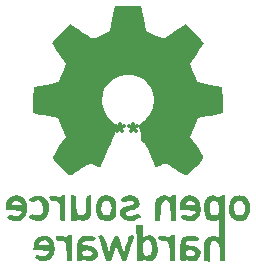
<source format=gbr>
%TF.GenerationSoftware,KiCad,Pcbnew,8.0.3*%
%TF.CreationDate,2024-07-12T15:18:38+08:00*%
%TF.ProjectId,seq_v003f4,7365715f-7630-4303-9366-342e6b696361,rev?*%
%TF.SameCoordinates,Original*%
%TF.FileFunction,Legend,Bot*%
%TF.FilePolarity,Positive*%
%FSLAX46Y46*%
G04 Gerber Fmt 4.6, Leading zero omitted, Abs format (unit mm)*
G04 Created by KiCad (PCBNEW 8.0.3) date 2024-07-12 15:18:38*
%MOMM*%
%LPD*%
G01*
G04 APERTURE LIST*
%ADD10C,0.300000*%
%ADD11C,0.000000*%
G04 APERTURE END LIST*
D10*
X179321427Y-102249757D02*
X179464285Y-102178328D01*
X179464285Y-102178328D02*
X179678570Y-102178328D01*
X179678570Y-102178328D02*
X179892856Y-102249757D01*
X179892856Y-102249757D02*
X180035713Y-102392614D01*
X180035713Y-102392614D02*
X180107142Y-102535471D01*
X180107142Y-102535471D02*
X180178570Y-102821185D01*
X180178570Y-102821185D02*
X180178570Y-103035471D01*
X180178570Y-103035471D02*
X180107142Y-103321185D01*
X180107142Y-103321185D02*
X180035713Y-103464042D01*
X180035713Y-103464042D02*
X179892856Y-103606900D01*
X179892856Y-103606900D02*
X179678570Y-103678328D01*
X179678570Y-103678328D02*
X179535713Y-103678328D01*
X179535713Y-103678328D02*
X179321427Y-103606900D01*
X179321427Y-103606900D02*
X179249999Y-103535471D01*
X179249999Y-103535471D02*
X179249999Y-103035471D01*
X179249999Y-103035471D02*
X179535713Y-103035471D01*
X178392856Y-102178328D02*
X178392856Y-102535471D01*
X178749999Y-102392614D02*
X178392856Y-102535471D01*
X178392856Y-102535471D02*
X178035713Y-102392614D01*
X178607142Y-102821185D02*
X178392856Y-102535471D01*
X178392856Y-102535471D02*
X178178570Y-102821185D01*
X177249999Y-102178328D02*
X177249999Y-102535471D01*
X177607142Y-102392614D02*
X177249999Y-102535471D01*
X177249999Y-102535471D02*
X176892856Y-102392614D01*
X177464285Y-102821185D02*
X177249999Y-102535471D01*
X177249999Y-102535471D02*
X177035713Y-102821185D01*
X176107142Y-102178328D02*
X176107142Y-102535471D01*
X176464285Y-102392614D02*
X176107142Y-102535471D01*
X176107142Y-102535471D02*
X175749999Y-102392614D01*
X176321428Y-102821185D02*
X176107142Y-102535471D01*
X176107142Y-102535471D02*
X175892856Y-102821185D01*
D11*
%TO.C,G\u002A\u002A\u002A*%
G36*
X186155184Y-111043333D02*
G01*
X186155184Y-113837333D01*
X185942809Y-113837333D01*
X185860659Y-113834182D01*
X185786584Y-113802092D01*
X185747596Y-113705956D01*
X185732271Y-113510679D01*
X185729182Y-113181167D01*
X185712949Y-112783368D01*
X185644580Y-112405006D01*
X185519800Y-112172229D01*
X185335385Y-112075994D01*
X185209852Y-112071765D01*
X185053381Y-112140802D01*
X184951992Y-112320592D01*
X184897303Y-112629779D01*
X184880936Y-113087005D01*
X184880936Y-113848581D01*
X184647324Y-113821790D01*
X184413712Y-113795000D01*
X184413712Y-112933750D01*
X184413713Y-112922621D01*
X184417024Y-112529442D01*
X184431775Y-112265322D01*
X184465465Y-112090955D01*
X184525593Y-111967033D01*
X184619657Y-111854250D01*
X184795965Y-111726537D01*
X185068779Y-111640309D01*
X185340084Y-111641205D01*
X185543545Y-111737600D01*
X185569582Y-111762638D01*
X185620205Y-111792880D01*
X185652210Y-111754989D01*
X185670252Y-111623667D01*
X185678988Y-111373612D01*
X185683076Y-110979524D01*
X185683459Y-110910186D01*
X185679637Y-110591108D01*
X185661484Y-110407912D01*
X185623588Y-110332139D01*
X185560535Y-110335332D01*
X185396897Y-110392528D01*
X185046048Y-110427407D01*
X184756687Y-110333526D01*
X184585755Y-110147889D01*
X184456088Y-109835240D01*
X184393401Y-109459105D01*
X184393937Y-109430925D01*
X184885408Y-109430925D01*
X184915625Y-109684557D01*
X184982876Y-109841067D01*
X185036576Y-109878148D01*
X185228878Y-109932719D01*
X185442866Y-109937639D01*
X185588851Y-109886222D01*
X185608225Y-109852483D01*
X185639069Y-109675927D01*
X185645512Y-109418205D01*
X185630065Y-109140939D01*
X185595239Y-108905752D01*
X185543545Y-108774267D01*
X185532222Y-108763567D01*
X185336501Y-108679128D01*
X185122087Y-108706298D01*
X184968875Y-108836434D01*
X184939883Y-108905683D01*
X184893176Y-109148518D01*
X184885408Y-109430925D01*
X184393937Y-109430925D01*
X184400817Y-109069294D01*
X184481459Y-108715616D01*
X184638451Y-108447883D01*
X184687680Y-108403886D01*
X184901934Y-108296330D01*
X185154405Y-108245013D01*
X185382251Y-108257506D01*
X185522635Y-108341377D01*
X185569522Y-108387632D01*
X185672063Y-108341377D01*
X185764974Y-108286861D01*
X185959799Y-108249333D01*
X186155184Y-108249333D01*
X186155184Y-109418205D01*
X186155184Y-111043333D01*
G37*
G36*
X184080607Y-113349486D02*
G01*
X183907874Y-113629515D01*
X183697202Y-113763947D01*
X183416822Y-113836275D01*
X183143395Y-113829338D01*
X182944080Y-113735733D01*
X182866926Y-113677772D01*
X182842140Y-113741357D01*
X182790648Y-113808932D01*
X182608528Y-113821790D01*
X182508152Y-113806158D01*
X182430526Y-113762167D01*
X182386848Y-113656700D01*
X182363841Y-113453840D01*
X182348226Y-113117667D01*
X182348263Y-113108608D01*
X182842140Y-113108608D01*
X182872030Y-113247078D01*
X182976513Y-113362608D01*
X183056421Y-113388199D01*
X183315355Y-113408359D01*
X183529919Y-113342898D01*
X183658962Y-113211557D01*
X183661334Y-113034078D01*
X183649981Y-113011876D01*
X183511450Y-112931654D01*
X183227081Y-112906000D01*
X183131710Y-112906702D01*
X182940750Y-112924330D01*
X182859271Y-112983714D01*
X182842140Y-113108608D01*
X182348263Y-113108608D01*
X182350449Y-112576536D01*
X182410087Y-112166554D01*
X182531383Y-111890394D01*
X182717930Y-111734612D01*
X182922074Y-111671175D01*
X183263517Y-111639750D01*
X183598012Y-111674477D01*
X183849795Y-111772798D01*
X183873665Y-111790112D01*
X183980852Y-111919348D01*
X183927842Y-112017494D01*
X183721528Y-112079838D01*
X183368802Y-112101667D01*
X183158915Y-112104590D01*
X182976098Y-112126521D01*
X182889911Y-112183722D01*
X182857469Y-112292167D01*
X182854923Y-112401400D01*
X182925759Y-112467716D01*
X183120880Y-112482667D01*
X183242643Y-112487381D01*
X183586302Y-112549726D01*
X183867619Y-112668824D01*
X184033231Y-112824673D01*
X184104236Y-113031662D01*
X184104056Y-113034078D01*
X184080607Y-113349486D01*
G37*
G36*
X181907692Y-112736667D02*
G01*
X181907692Y-113837333D01*
X181695317Y-113837333D01*
X181598604Y-113832007D01*
X181532561Y-113793234D01*
X181498133Y-113687040D01*
X181485025Y-113479454D01*
X181482943Y-113136505D01*
X181477041Y-112859883D01*
X181432106Y-112465223D01*
X181337385Y-112214300D01*
X181186235Y-112093500D01*
X180972016Y-112089211D01*
X180874030Y-112096349D01*
X180685802Y-112048668D01*
X180543415Y-111946513D01*
X180485797Y-111824387D01*
X180551873Y-111716794D01*
X180552727Y-111716258D01*
X180780454Y-111647836D01*
X181067182Y-111650579D01*
X181318628Y-111723645D01*
X181430941Y-111768045D01*
X181482943Y-111723645D01*
X181535687Y-111665994D01*
X181695317Y-111636000D01*
X181907692Y-111636000D01*
X181907692Y-112736667D01*
G37*
G36*
X180457508Y-113071841D02*
G01*
X180426012Y-113283708D01*
X180351193Y-113437033D01*
X180215230Y-113589846D01*
X179991995Y-113756997D01*
X179675882Y-113836057D01*
X179353612Y-113749688D01*
X179236384Y-113704725D01*
X179189297Y-113755311D01*
X179125209Y-113812357D01*
X178955685Y-113821790D01*
X178722073Y-113795000D01*
X178706069Y-112758152D01*
X179206448Y-112758152D01*
X179231475Y-112961633D01*
X179337667Y-113230624D01*
X179516655Y-113353358D01*
X179762709Y-113324008D01*
X179777463Y-113318026D01*
X179916555Y-113198512D01*
X179963249Y-112972228D01*
X179957731Y-112547929D01*
X179901810Y-112264200D01*
X179788183Y-112107478D01*
X179609713Y-112059333D01*
X179562023Y-112061646D01*
X179349510Y-112158063D01*
X179229916Y-112392084D01*
X179206448Y-112758152D01*
X178706069Y-112758152D01*
X178698876Y-112292167D01*
X178675678Y-110789333D01*
X178932488Y-110789333D01*
X179189297Y-110789333D01*
X179189297Y-111300312D01*
X179189297Y-111301871D01*
X179193346Y-111580738D01*
X179213770Y-111722576D01*
X179263036Y-111759505D01*
X179353612Y-111723645D01*
X179467321Y-111678212D01*
X179779037Y-111638233D01*
X180077465Y-111688593D01*
X180165519Y-111739814D01*
X180326011Y-111962744D01*
X180427892Y-112317094D01*
X180463545Y-112781308D01*
X180459578Y-112972228D01*
X180457508Y-113071841D01*
G37*
G36*
X178338796Y-111637407D02*
G01*
X178472996Y-111671687D01*
X178477916Y-111765761D01*
X178435897Y-111887978D01*
X178354104Y-112137680D01*
X178245187Y-112476169D01*
X178121147Y-112866428D01*
X178073509Y-113016370D01*
X177952147Y-113382681D01*
X177859676Y-113621396D01*
X177782346Y-113759052D01*
X177706410Y-113822186D01*
X177618119Y-113837333D01*
X177611498Y-113837290D01*
X177505766Y-113814361D01*
X177422233Y-113726621D01*
X177340365Y-113540768D01*
X177239626Y-113223500D01*
X177228148Y-113184913D01*
X177134168Y-112873752D01*
X177055963Y-112622577D01*
X177009466Y-112482667D01*
X176990542Y-112474588D01*
X176929704Y-112572240D01*
X176844535Y-112789057D01*
X176747228Y-113096500D01*
X176682541Y-113315614D01*
X176591336Y-113589822D01*
X176514582Y-113747753D01*
X176435292Y-113820044D01*
X176336478Y-113837333D01*
X176285632Y-113833135D01*
X176207755Y-113795161D01*
X176132829Y-113696475D01*
X176047859Y-113511722D01*
X175939845Y-113215550D01*
X175795792Y-112782605D01*
X175770646Y-112705447D01*
X175645797Y-112318477D01*
X175544424Y-111997907D01*
X175476376Y-111775231D01*
X175451505Y-111681939D01*
X175517420Y-111650241D01*
X175688735Y-111636000D01*
X175751927Y-111637906D01*
X175875668Y-111675746D01*
X175957033Y-111794964D01*
X176032434Y-112038167D01*
X176058363Y-112135678D01*
X176150325Y-112477048D01*
X176233127Y-112779000D01*
X176327351Y-113117667D01*
X176551233Y-112398000D01*
X176668040Y-112045235D01*
X176765125Y-111817763D01*
X176855158Y-111696690D01*
X176954139Y-111652410D01*
X177002598Y-111649795D01*
X177086019Y-111684605D01*
X177165457Y-111796584D01*
X177257946Y-112014239D01*
X177380517Y-112366080D01*
X177627872Y-113105672D01*
X177826010Y-112370836D01*
X177829930Y-112356302D01*
X177925463Y-112012800D01*
X177998503Y-111800591D01*
X178068385Y-111688103D01*
X178154443Y-111643764D01*
X178276012Y-111636000D01*
X178338796Y-111637407D01*
G37*
G36*
X175375643Y-113392132D02*
G01*
X175248429Y-113596177D01*
X175084421Y-113736687D01*
X174869661Y-113805900D01*
X174539031Y-113824115D01*
X174256622Y-113749688D01*
X174144309Y-113705288D01*
X174092307Y-113749688D01*
X174039564Y-113807339D01*
X173879933Y-113837333D01*
X173667558Y-113837333D01*
X173667558Y-113056887D01*
X174102854Y-113056887D01*
X174180246Y-113250233D01*
X174252363Y-113332082D01*
X174455325Y-113407687D01*
X174693390Y-113390580D01*
X174896195Y-113278030D01*
X174974322Y-113158159D01*
X174939249Y-113027377D01*
X174763798Y-112938671D01*
X174464180Y-112906000D01*
X174328719Y-112909641D01*
X174146053Y-112950984D01*
X174102854Y-113056887D01*
X173667558Y-113056887D01*
X173667558Y-112944485D01*
X173667630Y-112850235D01*
X173671798Y-112476819D01*
X173687568Y-112227256D01*
X173722098Y-112063760D01*
X173782546Y-111948543D01*
X173876071Y-111843818D01*
X174036005Y-111717530D01*
X174235284Y-111653771D01*
X174534433Y-111638693D01*
X174564500Y-111639054D01*
X174902791Y-111673571D01*
X175135979Y-111755180D01*
X175242585Y-111871869D01*
X175201132Y-112011623D01*
X175158846Y-112051610D01*
X174997073Y-112103462D01*
X174722487Y-112087590D01*
X174691043Y-112083607D01*
X174371581Y-112089178D01*
X174165418Y-112186229D01*
X174092307Y-112366033D01*
X174096246Y-112390605D01*
X174199529Y-112460769D01*
X174453344Y-112483915D01*
X174753680Y-112513130D01*
X175091577Y-112636180D01*
X175321399Y-112837019D01*
X175422852Y-113095663D01*
X175412900Y-113158159D01*
X175375643Y-113392132D01*
G37*
G36*
X173242809Y-112680222D02*
G01*
X173242794Y-112703326D01*
X173237681Y-113105816D01*
X173224678Y-113443363D01*
X173205683Y-113681175D01*
X173182592Y-113784460D01*
X173117780Y-113814074D01*
X172948980Y-113819738D01*
X172882728Y-113802513D01*
X172823600Y-113744273D01*
X172787332Y-113615177D01*
X172765874Y-113382401D01*
X172751177Y-113013121D01*
X172744923Y-112835163D01*
X172725580Y-112518278D01*
X172693709Y-112320755D01*
X172641661Y-112207455D01*
X172561783Y-112143238D01*
X172430258Y-112101120D01*
X172203917Y-112102890D01*
X172049384Y-112105345D01*
X171901971Y-111974495D01*
X171844226Y-111844028D01*
X171843272Y-111717223D01*
X171871515Y-111690982D01*
X172033360Y-111646206D01*
X172261879Y-111640290D01*
X172485131Y-111671375D01*
X172631170Y-111737600D01*
X172708036Y-111796504D01*
X172733110Y-111737600D01*
X172733112Y-111737179D01*
X172807785Y-111665497D01*
X172987960Y-111636000D01*
X173242809Y-111636000D01*
X173242809Y-112680222D01*
G37*
G36*
X171749911Y-112781165D02*
G01*
X171681577Y-113172868D01*
X171526371Y-113498002D01*
X171298473Y-113710364D01*
X171263541Y-113728298D01*
X170907328Y-113825776D01*
X170541077Y-113800741D01*
X170231808Y-113656572D01*
X170100947Y-113543564D01*
X170058528Y-113448881D01*
X170126072Y-113351396D01*
X170204950Y-113289835D01*
X170335619Y-113272872D01*
X170550384Y-113334913D01*
X170724320Y-113388446D01*
X170894170Y-113388567D01*
X171069414Y-113299471D01*
X171223652Y-113162477D01*
X171288963Y-113031048D01*
X171266657Y-112976054D01*
X171164104Y-112933575D01*
X170950997Y-112912003D01*
X170597818Y-112906000D01*
X169906672Y-112906000D01*
X169959939Y-112503833D01*
X169990450Y-112372600D01*
X170439465Y-112372600D01*
X170450525Y-112406831D01*
X170580049Y-112464199D01*
X170864214Y-112482667D01*
X171121336Y-112477599D01*
X171252279Y-112447362D01*
X171269298Y-112369884D01*
X171201024Y-112223100D01*
X171097839Y-112115542D01*
X170898507Y-112058702D01*
X170682909Y-112090338D01*
X170510182Y-112198840D01*
X170439465Y-112372600D01*
X169990450Y-112372600D01*
X170014328Y-112269895D01*
X170189896Y-111953666D01*
X170442072Y-111742356D01*
X170738347Y-111638708D01*
X171046210Y-111645470D01*
X171333150Y-111765386D01*
X171566658Y-112001203D01*
X171714224Y-112355667D01*
X171717194Y-112369095D01*
X171717257Y-112369884D01*
X171749911Y-112781165D01*
G37*
G36*
X188278929Y-109309620D02*
G01*
X188278885Y-109351708D01*
X188270338Y-109648648D01*
X188232867Y-109842906D01*
X188146209Y-109994338D01*
X187990100Y-110162800D01*
X187856293Y-110285519D01*
X187636102Y-110415153D01*
X187386956Y-110450667D01*
X187243151Y-110440888D01*
X187018791Y-110358347D01*
X186783812Y-110162800D01*
X186678136Y-110052749D01*
X186558280Y-109882758D01*
X186506281Y-109688054D01*
X186496223Y-109428572D01*
X186944399Y-109428572D01*
X186995713Y-109709833D01*
X187046964Y-109818348D01*
X187167548Y-109918263D01*
X187386956Y-109942667D01*
X187516886Y-109936816D01*
X187678176Y-109877832D01*
X187771333Y-109725488D01*
X187827351Y-109533114D01*
X187839182Y-109166185D01*
X187721939Y-108860839D01*
X187700393Y-108832827D01*
X187505499Y-108700967D01*
X187281122Y-108684882D01*
X187095923Y-108792112D01*
X187055284Y-108852128D01*
X186967286Y-109114926D01*
X186944399Y-109428572D01*
X186496223Y-109428572D01*
X186494983Y-109396595D01*
X186496364Y-109314142D01*
X186557449Y-108877636D01*
X186700807Y-108542158D01*
X186915027Y-108336510D01*
X186948820Y-108321347D01*
X187164459Y-108270045D01*
X187430381Y-108249333D01*
X187542466Y-108253030D01*
X187800345Y-108318437D01*
X188030615Y-108496820D01*
X188158743Y-108638848D01*
X188237245Y-108789350D01*
X188271441Y-108993741D01*
X188275529Y-109166185D01*
X188278929Y-109309620D01*
G37*
G36*
X184084098Y-108957796D02*
G01*
X184099185Y-109445069D01*
X184097586Y-109465991D01*
X184015383Y-109890774D01*
X183841204Y-110186070D01*
X183564214Y-110370626D01*
X183500576Y-110394126D01*
X183128010Y-110437338D01*
X182711987Y-110327987D01*
X182656300Y-110303960D01*
X182466263Y-110189617D01*
X182433019Y-110075738D01*
X182547331Y-109940586D01*
X182551239Y-109937386D01*
X182697008Y-109876133D01*
X182891128Y-109930219D01*
X183119326Y-110010849D01*
X183328089Y-109997814D01*
X183521739Y-109858000D01*
X183628465Y-109740028D01*
X183675476Y-109628429D01*
X183598473Y-109561134D01*
X183382359Y-109528112D01*
X183012040Y-109519333D01*
X182332441Y-109519333D01*
X182332441Y-109217434D01*
X182365300Y-108985933D01*
X182842140Y-108985933D01*
X182853201Y-109020165D01*
X182982724Y-109077533D01*
X183266889Y-109096000D01*
X183496611Y-109087484D01*
X183655850Y-109045079D01*
X183665609Y-108957159D01*
X183536287Y-108812789D01*
X183519020Y-108797895D01*
X183301380Y-108693172D01*
X183081134Y-108698306D01*
X182910610Y-108800244D01*
X182842140Y-108985933D01*
X182365300Y-108985933D01*
X182382996Y-108861258D01*
X182557341Y-108537265D01*
X182838644Y-108327249D01*
X183208762Y-108251216D01*
X183370589Y-108259108D01*
X183720649Y-108365954D01*
X183958202Y-108598470D01*
X184083875Y-108957159D01*
X184084098Y-108957796D01*
G37*
G36*
X181403578Y-108336979D02*
G01*
X181515891Y-108381379D01*
X181567893Y-108336979D01*
X181620637Y-108279328D01*
X181780267Y-108249333D01*
X181992642Y-108249333D01*
X181992642Y-109350000D01*
X181992642Y-110450667D01*
X181780267Y-110450667D01*
X181683553Y-110445340D01*
X181617511Y-110406568D01*
X181583082Y-110300373D01*
X181569974Y-110092787D01*
X181567893Y-109749839D01*
X181547824Y-109305999D01*
X181474996Y-108948978D01*
X181346447Y-108740593D01*
X181159564Y-108673963D01*
X181005649Y-108691467D01*
X180880749Y-108767245D01*
X180799845Y-108929075D01*
X180750029Y-109204691D01*
X180718394Y-109621824D01*
X180714211Y-109698858D01*
X180692834Y-110039605D01*
X180667448Y-110248925D01*
X180627684Y-110358819D01*
X180563173Y-110401288D01*
X180463545Y-110408333D01*
X180251170Y-110408333D01*
X180251170Y-109547287D01*
X180251171Y-109536780D01*
X180254476Y-109143438D01*
X180269221Y-108879191D01*
X180302908Y-108704716D01*
X180363039Y-108580689D01*
X180457115Y-108467787D01*
X180472507Y-108452058D01*
X180747883Y-108288454D01*
X181080091Y-108247074D01*
X181403578Y-108336979D01*
G37*
G36*
X178493240Y-108301822D02*
G01*
X178737836Y-108433425D01*
X178780089Y-108478919D01*
X178902624Y-108722059D01*
X178936783Y-108999456D01*
X178869435Y-109231492D01*
X178743641Y-109349645D01*
X178493717Y-109470560D01*
X178224907Y-109519333D01*
X178044694Y-109530750D01*
X177820422Y-109612927D01*
X177745150Y-109773333D01*
X177813145Y-109935533D01*
X177994364Y-110014751D01*
X178251360Y-110003725D01*
X178546682Y-109896691D01*
X178713515Y-109821183D01*
X178834668Y-109827365D01*
X178966103Y-109936586D01*
X179136165Y-110106081D01*
X178759219Y-110281180D01*
X178473603Y-110383698D01*
X178064677Y-110429443D01*
X177703852Y-110353009D01*
X177429391Y-110157941D01*
X177279609Y-109923930D01*
X177237711Y-109647185D01*
X177347356Y-109405626D01*
X177598353Y-109218709D01*
X177980510Y-109105888D01*
X178275203Y-109052877D01*
X178444851Y-108995515D01*
X178503366Y-108918309D01*
X178480385Y-108803318D01*
X178404293Y-108726933D01*
X178208168Y-108677175D01*
X177961011Y-108689913D01*
X177725053Y-108768053D01*
X177697115Y-108782404D01*
X177549579Y-108812342D01*
X177429421Y-108704553D01*
X177380829Y-108630258D01*
X177373707Y-108521077D01*
X177495820Y-108397500D01*
X177546130Y-108362334D01*
X177826588Y-108264229D01*
X178165891Y-108244741D01*
X178493240Y-108301822D01*
G37*
G36*
X176963239Y-109711264D02*
G01*
X176900714Y-109986524D01*
X176776720Y-110176908D01*
X176574954Y-110323273D01*
X176441018Y-110378787D01*
X176116416Y-110419156D01*
X175786405Y-110368094D01*
X175529128Y-110232391D01*
X175499449Y-110203823D01*
X175317241Y-109911214D01*
X175226556Y-109536903D01*
X175226995Y-109414230D01*
X175706872Y-109414230D01*
X175734275Y-109673877D01*
X175808294Y-109841067D01*
X175879585Y-109892577D01*
X176095390Y-109942559D01*
X176317987Y-109902170D01*
X176467914Y-109778899D01*
X176539565Y-109600239D01*
X176570645Y-109314449D01*
X176517377Y-109050855D01*
X176398713Y-108838820D01*
X176233602Y-108707709D01*
X176040997Y-108686886D01*
X175839847Y-108805714D01*
X175783408Y-108896605D01*
X175723958Y-109131887D01*
X175706872Y-109414230D01*
X175226995Y-109414230D01*
X175227993Y-109135363D01*
X175322155Y-108761064D01*
X175509644Y-108468479D01*
X175743819Y-108308004D01*
X176081905Y-108234623D01*
X176427871Y-108297943D01*
X176732287Y-108496820D01*
X176858922Y-108636891D01*
X176938355Y-108787575D01*
X176972998Y-108991554D01*
X176980602Y-109306720D01*
X176980601Y-109310272D01*
X176980420Y-109314449D01*
X176963239Y-109711264D01*
G37*
G36*
X173461508Y-108253716D02*
G01*
X173530541Y-108289781D01*
X173566601Y-108391949D01*
X173580390Y-108594630D01*
X173582608Y-108932233D01*
X173588631Y-109254624D01*
X173623290Y-109592150D01*
X173697810Y-109803107D01*
X173822422Y-109911833D01*
X174007358Y-109942667D01*
X174142879Y-109928339D01*
X174284763Y-109845889D01*
X174373441Y-109668613D01*
X174419145Y-109372174D01*
X174432107Y-108932233D01*
X174433470Y-108638738D01*
X174444686Y-108416760D01*
X174476459Y-108300805D01*
X174539490Y-108256466D01*
X174644481Y-108249333D01*
X174856856Y-108249333D01*
X174854154Y-109117167D01*
X174853887Y-109177893D01*
X174843516Y-109603262D01*
X174811080Y-109898353D01*
X174745899Y-110097810D01*
X174637293Y-110236279D01*
X174474582Y-110348405D01*
X174444996Y-110364578D01*
X174133121Y-110443425D01*
X173814696Y-110353859D01*
X173667167Y-110299394D01*
X173600827Y-110353859D01*
X173533098Y-110415410D01*
X173363155Y-110450667D01*
X173157859Y-110450667D01*
X173157859Y-109350000D01*
X173157859Y-108249333D01*
X173370234Y-108249333D01*
X173461508Y-108253716D01*
G37*
G36*
X172648160Y-109350000D02*
G01*
X172648160Y-110450667D01*
X172435786Y-110450667D01*
X172419721Y-110450641D01*
X172324541Y-110441832D01*
X172266510Y-110394549D01*
X172236439Y-110276079D01*
X172225136Y-110053705D01*
X172223411Y-109694714D01*
X172211787Y-109288300D01*
X172164241Y-108965772D01*
X172070359Y-108773912D01*
X171919926Y-108693293D01*
X171702727Y-108704490D01*
X171694445Y-108706105D01*
X171485420Y-108701513D01*
X171335667Y-108568325D01*
X171318626Y-108543535D01*
X171255145Y-108402448D01*
X171311509Y-108318320D01*
X171330547Y-108307519D01*
X171550296Y-108256379D01*
X171823801Y-108266964D01*
X172059096Y-108336979D01*
X172171410Y-108381379D01*
X172223411Y-108336979D01*
X172276155Y-108279328D01*
X172435786Y-108249333D01*
X172648160Y-108249333D01*
X172648160Y-109350000D01*
G37*
G36*
X170551138Y-108267271D02*
G01*
X170854285Y-108387398D01*
X170882749Y-108408713D01*
X171087973Y-108656572D01*
X171233603Y-108994995D01*
X171288963Y-109355652D01*
X171282154Y-109468265D01*
X171189375Y-109814297D01*
X171013991Y-110120864D01*
X170789333Y-110323405D01*
X170550927Y-110414916D01*
X170158716Y-110425233D01*
X169768588Y-110274675D01*
X169479986Y-110099317D01*
X169661457Y-109918451D01*
X169711871Y-109870503D01*
X169842832Y-109792882D01*
X169945812Y-109840126D01*
X170031558Y-109893080D01*
X170257214Y-109937946D01*
X170501978Y-109920646D01*
X170677324Y-109841067D01*
X170703522Y-109802203D01*
X170757698Y-109614573D01*
X170779264Y-109360900D01*
X170776430Y-109269884D01*
X170701408Y-108941558D01*
X170537127Y-108738305D01*
X170300674Y-108673449D01*
X170009131Y-108760312D01*
X169881263Y-108802432D01*
X169658695Y-108748681D01*
X169472574Y-108649404D01*
X169705907Y-108449369D01*
X169859272Y-108350666D01*
X170195001Y-108256347D01*
X170551138Y-108267271D01*
G37*
G36*
X169413722Y-109137576D02*
G01*
X169401477Y-109525255D01*
X169300851Y-109889777D01*
X169125379Y-110184694D01*
X168888593Y-110363559D01*
X168782604Y-110399546D01*
X168368575Y-110435921D01*
X167971701Y-110321492D01*
X167957641Y-110314188D01*
X167769572Y-110188747D01*
X167736299Y-110074559D01*
X167848418Y-109942730D01*
X167890938Y-109911891D01*
X168027855Y-109881381D01*
X168234520Y-109944215D01*
X168293181Y-109965650D01*
X168574938Y-109992622D01*
X168803325Y-109897322D01*
X168933101Y-109695835D01*
X168945643Y-109635364D01*
X168928444Y-109570985D01*
X168837837Y-109536239D01*
X168641664Y-109522047D01*
X168307766Y-109519333D01*
X167636120Y-109519333D01*
X167636120Y-109131820D01*
X167641728Y-109023562D01*
X168098829Y-109023562D01*
X168122451Y-109074450D01*
X168255452Y-109093273D01*
X168528093Y-109096000D01*
X168577123Y-109095991D01*
X168827787Y-109091930D01*
X168943169Y-109069472D01*
X168953530Y-109012651D01*
X168889130Y-108905500D01*
X168778335Y-108791864D01*
X168528093Y-108715000D01*
X168369412Y-108743552D01*
X168167057Y-108905500D01*
X168154327Y-108924644D01*
X168098829Y-109023562D01*
X167641728Y-109023562D01*
X167646813Y-108925413D01*
X167717575Y-108702162D01*
X167884435Y-108496820D01*
X168179323Y-108299902D01*
X168520217Y-108235352D01*
X168854843Y-108305380D01*
X169141959Y-108501021D01*
X169340321Y-108813309D01*
X169385444Y-109012651D01*
X169413722Y-109137576D01*
G37*
G36*
X179272074Y-93283986D02*
G01*
X179482275Y-94362971D01*
X180193776Y-94659819D01*
X180348517Y-94723608D01*
X180650001Y-94843089D01*
X180875211Y-94925773D01*
X180984221Y-94956667D01*
X180988884Y-94956001D01*
X181099587Y-94900193D01*
X181316742Y-94767614D01*
X181611180Y-94576645D01*
X181953732Y-94345670D01*
X182844302Y-93734674D01*
X183607769Y-94492072D01*
X183643080Y-94527178D01*
X183927160Y-94815504D01*
X184158541Y-95060522D01*
X184314231Y-95237272D01*
X184371237Y-95320798D01*
X184371047Y-95322877D01*
X184319857Y-95423940D01*
X184190877Y-95632484D01*
X184002804Y-95919247D01*
X183774334Y-96254970D01*
X183177430Y-97117814D01*
X183486666Y-97836407D01*
X183557565Y-97999264D01*
X183692232Y-98297844D01*
X183797791Y-98517767D01*
X183855978Y-98620267D01*
X183856423Y-98620729D01*
X183961519Y-98661276D01*
X184198570Y-98722785D01*
X184532800Y-98796984D01*
X184929432Y-98875601D01*
X185942809Y-99065668D01*
X185966482Y-100181875D01*
X185990155Y-101298083D01*
X185669158Y-101355065D01*
X185623971Y-101363185D01*
X185356885Y-101412807D01*
X185002925Y-101480163D01*
X184626087Y-101553103D01*
X183904013Y-101694159D01*
X183569728Y-102514300D01*
X183235444Y-103334441D01*
X183760645Y-104091056D01*
X183930922Y-104339673D01*
X184127223Y-104635594D01*
X184271374Y-104864055D01*
X184340490Y-104989596D01*
X184330674Y-105084794D01*
X184226921Y-105252781D01*
X184015112Y-105500988D01*
X183684225Y-105843761D01*
X183405908Y-106113474D01*
X183150458Y-106343322D01*
X182956371Y-106498830D01*
X182851698Y-106556000D01*
X182776526Y-106530569D01*
X182579394Y-106425519D01*
X182304260Y-106257862D01*
X181985901Y-106048000D01*
X181746600Y-105887968D01*
X181463458Y-105708145D01*
X181252303Y-105585409D01*
X181146573Y-105540000D01*
X181106313Y-105546996D01*
X180933932Y-105609653D01*
X180704903Y-105716193D01*
X180598099Y-105765623D01*
X180398720Y-105828992D01*
X180287810Y-105822026D01*
X180287447Y-105821658D01*
X180227312Y-105715902D01*
X180118773Y-105483598D01*
X179973376Y-105152961D01*
X179802665Y-104752205D01*
X179618184Y-104309543D01*
X179431477Y-103853190D01*
X179254090Y-103411360D01*
X179097565Y-103012267D01*
X178973448Y-102684125D01*
X178893283Y-102455149D01*
X178868614Y-102353551D01*
X178911135Y-102289681D01*
X179059984Y-102143954D01*
X179274247Y-101969540D01*
X179466122Y-101808132D01*
X179843309Y-101343676D01*
X180076836Y-100801796D01*
X180154966Y-100206000D01*
X180153095Y-100104037D01*
X180087290Y-99587054D01*
X179911660Y-99147521D01*
X179604054Y-98725926D01*
X179363254Y-98494275D01*
X178884700Y-98201641D01*
X178351227Y-98041504D01*
X177794976Y-98013864D01*
X177248092Y-98118721D01*
X176742717Y-98356075D01*
X176310995Y-98725926D01*
X176247200Y-98800379D01*
X175964079Y-99220820D01*
X175809090Y-99669523D01*
X175760084Y-100206000D01*
X175772368Y-100453398D01*
X175915137Y-101030094D01*
X176208528Y-101543311D01*
X176640802Y-101969540D01*
X176797863Y-102094613D01*
X176970053Y-102252811D01*
X177046436Y-102353551D01*
X177046511Y-102353887D01*
X177021142Y-102457102D01*
X176940408Y-102687372D01*
X176815855Y-103016486D01*
X176659027Y-103416227D01*
X176481467Y-103858383D01*
X176294721Y-104314738D01*
X176110332Y-104757080D01*
X175939845Y-105157194D01*
X175794804Y-105486865D01*
X175686754Y-105717881D01*
X175627239Y-105822026D01*
X175590245Y-105834969D01*
X175430818Y-105807295D01*
X175210147Y-105716193D01*
X175109858Y-105667121D01*
X174897009Y-105576100D01*
X174768477Y-105540000D01*
X174700445Y-105565980D01*
X174512565Y-105671241D01*
X174244320Y-105838660D01*
X173929149Y-106048000D01*
X173691042Y-106206383D01*
X173401286Y-106387011D01*
X173180464Y-106510352D01*
X173063351Y-106556000D01*
X172964058Y-106502662D01*
X172772648Y-106350214D01*
X172518886Y-106122581D01*
X172230825Y-105843761D01*
X171924837Y-105527924D01*
X171702697Y-105271742D01*
X171589611Y-105097081D01*
X171574560Y-104989596D01*
X171619498Y-104904710D01*
X171747815Y-104697597D01*
X171933745Y-104414558D01*
X172154405Y-104091056D01*
X172679606Y-103334441D01*
X172345321Y-102514300D01*
X172011037Y-101694159D01*
X171288963Y-101553103D01*
X171197287Y-101535238D01*
X170820148Y-101462547D01*
X170481684Y-101398439D01*
X170245892Y-101355065D01*
X169924894Y-101298083D01*
X169948567Y-100181889D01*
X169972241Y-99065695D01*
X170989998Y-98871249D01*
X171002212Y-98868912D01*
X171397710Y-98789220D01*
X171729389Y-98715022D01*
X171962789Y-98654518D01*
X172063452Y-98615902D01*
X172083983Y-98583640D01*
X172165895Y-98420528D01*
X172286697Y-98158632D01*
X172428384Y-97836407D01*
X172737619Y-97117814D01*
X172140716Y-96254970D01*
X172125614Y-96233117D01*
X171899120Y-95899595D01*
X171714191Y-95616862D01*
X171589523Y-95414176D01*
X171543812Y-95320798D01*
X171544625Y-95316693D01*
X171614256Y-95221075D01*
X171779904Y-95035127D01*
X172018576Y-94783806D01*
X172307280Y-94492072D01*
X173070748Y-93734674D01*
X173961317Y-94345670D01*
X174003069Y-94374256D01*
X174341485Y-94601487D01*
X174628362Y-94786554D01*
X174834533Y-94911075D01*
X174930829Y-94956667D01*
X174964444Y-94949720D01*
X175132364Y-94892918D01*
X175397950Y-94791286D01*
X175721273Y-94659819D01*
X176432775Y-94362971D01*
X176642976Y-93283986D01*
X176853177Y-92205000D01*
X177957525Y-92205000D01*
X179061873Y-92205000D01*
X179272074Y-93283986D01*
G37*
%TD*%
M02*

</source>
